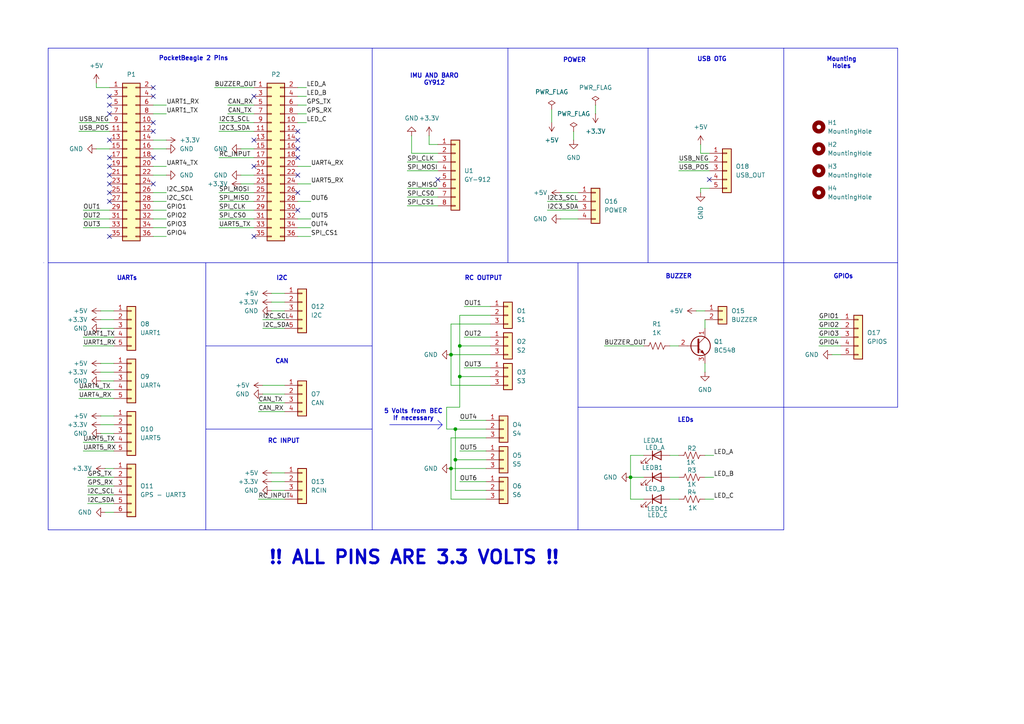
<source format=kicad_sch>
(kicad_sch (version 20250114) (generator "eeschema") (generator_version "9.0")
  (paper "A4")
  (title_block (title "PocketPilot2 - DIY Cape for Ardupilot") (date "2025-06-30") (rev "1.0") (comment 1 "juvinski®") (comment 3 "https://github.com/juvinski/pbboard") (comment 4 "For information, instrunctions:"))
  (lib_symbols
    (symbol "Connector_Generic:Conn_01x02" (pin_names (offset 1.016) (hide yes))
      (property "Reference" "J" (at 0 2.54 0))
      (property "Value" "Conn_01x02" (at 0 -5.08 0))
      (symbol "Conn_01x02_1_1"
        (pin passive line (at -5.08 0 0) (length 3.81) (name "Pin_1") (number "1"))
        (pin passive line (at -5.08 -2.54 0) (length 3.81) (name "Pin_2") (number "2"))
      )
    )
    (symbol "Connector_Generic:Conn_01x03" (pin_names (offset 1.016) (hide yes))
      (property "Reference" "J" (at 0 5.08 0))
      (property "Value" "Conn_01x03" (at 0 -5.08 0))
      (symbol "Conn_01x03_1_1"
        (pin passive line (at -5.08 2.54 0) (length 3.81) (name "Pin_1") (number "1"))
        (pin passive line (at -5.08 0 0) (length 3.81) (name "Pin_2") (number "2"))
        (pin passive line (at -5.08 -2.54 0) (length 3.81) (name "Pin_3") (number "3"))
      )
    )
    (symbol "Connector_Generic:Conn_01x04" (pin_names (offset 1.016) (hide yes))
      (property "Reference" "J" (at 0 5.08 0))
      (property "Value" "Conn_01x04" (at 0 -7.62 0))
      (symbol "Conn_01x04_1_1"
        (pin passive line (at -5.08 2.54 0) (length 3.81) (name "Pin_1") (number "1"))
        (pin passive line (at -5.08 0 0) (length 3.81) (name "Pin_2") (number "2"))
        (pin passive line (at -5.08 -2.54 0) (length 3.81) (name "Pin_3") (number "3"))
        (pin passive line (at -5.08 -5.08 0) (length 3.81) (name "Pin_4") (number "4"))
      )
    )
    (symbol "Connector_Generic:Conn_01x05" (pin_names (offset 1.016) (hide yes))
      (property "Reference" "J" (at 0 7.62 0))
      (property "Value" "Conn_01x05" (at 0 -7.62 0))
      (symbol "Conn_01x05_1_1"
        (pin passive line (at -5.08 5.08 0) (length 3.81) (name "Pin_1") (number "1"))
        (pin passive line (at -5.08 2.54 0) (length 3.81) (name "Pin_2") (number "2"))
        (pin passive line (at -5.08 0 0) (length 3.81) (name "Pin_3") (number "3"))
        (pin passive line (at -5.08 -2.54 0) (length 3.81) (name "Pin_4") (number "4"))
        (pin passive line (at -5.08 -5.08 0) (length 3.81) (name "Pin_5") (number "5"))
      )
    )
    (symbol "Connector_Generic:Conn_01x06" (pin_names (offset 1.016) (hide yes))
      (property "Reference" "J" (at 0 7.62 0))
      (property "Value" "Conn_01x06" (at 0 -10.16 0))
      (symbol "Conn_01x06_1_1"
        (pin passive line (at -5.08 5.08 0) (length 3.81) (name "Pin_1") (number "1"))
        (pin passive line (at -5.08 2.54 0) (length 3.81) (name "Pin_2") (number "2"))
        (pin passive line (at -5.08 0 0) (length 3.81) (name "Pin_3") (number "3"))
        (pin passive line (at -5.08 -2.54 0) (length 3.81) (name "Pin_4") (number "4"))
        (pin passive line (at -5.08 -5.08 0) (length 3.81) (name "Pin_5") (number "5"))
        (pin passive line (at -5.08 -7.62 0) (length 3.81) (name "Pin_6") (number "6"))
      )
    )
    (symbol "Connector_Generic:Conn_01x08" (pin_names (offset 1.016) (hide yes))
      (property "Reference" "J" (at 0 10.16 0))
      (property "Value" "Conn_01x08" (at 0 -12.7 0))
      (symbol "Conn_01x08_1_1"
        (pin passive line (at -5.08 7.62 0) (length 3.81) (name "Pin_1") (number "1"))
        (pin passive line (at -5.08 5.08 0) (length 3.81) (name "Pin_2") (number "2"))
        (pin passive line (at -5.08 2.54 0) (length 3.81) (name "Pin_3") (number "3"))
        (pin passive line (at -5.08 0 0) (length 3.81) (name "Pin_4") (number "4"))
        (pin passive line (at -5.08 -2.54 0) (length 3.81) (name "Pin_5") (number "5"))
        (pin passive line (at -5.08 -5.08 0) (length 3.81) (name "Pin_6") (number "6"))
        (pin passive line (at -5.08 -7.62 0) (length 3.81) (name "Pin_7") (number "7"))
        (pin passive line (at -5.08 -10.16 0) (length 3.81) (name "Pin_8") (number "8"))
      )
    )
    (symbol "Connector_Generic:Conn_02x18_Odd_Even" (pin_names (offset 1.016) (hide yes))
      (property "Reference" "J" (at 1.27 22.86 0))
      (property "Value" "Conn_02x18_Odd_Even" (at 1.27 -25.4 0))
      (symbol "Conn_02x18_Odd_Even_1_1"
        (pin passive line (at -5.08 20.32 0) (length 3.81) (name "Pin_1") (number "1"))
        (pin passive line (at -5.08 17.78 0) (length 3.81) (name "Pin_3") (number "3"))
        (pin passive line (at -5.08 15.24 0) (length 3.81) (name "Pin_5") (number "5"))
        (pin passive line (at -5.08 12.7 0) (length 3.81) (name "Pin_7") (number "7"))
        (pin passive line (at -5.08 10.16 0) (length 3.81) (name "Pin_9") (number "9"))
        (pin passive line (at -5.08 7.62 0) (length 3.81) (name "Pin_11") (number "11"))
        (pin passive line (at -5.08 5.08 0) (length 3.81) (name "Pin_13") (number "13"))
        (pin passive line (at -5.08 2.54 0) (length 3.81) (name "Pin_15") (number "15"))
        (pin passive line (at -5.08 0 0) (length 3.81) (name "Pin_17") (number "17"))
        (pin passive line (at -5.08 -2.54 0) (length 3.81) (name "Pin_19") (number "19"))
        (pin passive line (at -5.08 -5.08 0) (length 3.81) (name "Pin_21") (number "21"))
        (pin passive line (at -5.08 -7.62 0) (length 3.81) (name "Pin_23") (number "23"))
        (pin passive line (at -5.08 -10.16 0) (length 3.81) (name "Pin_25") (number "25"))
        (pin passive line (at -5.08 -12.7 0) (length 3.81) (name "Pin_27") (number "27"))
        (pin passive line (at -5.08 -15.24 0) (length 3.81) (name "Pin_29") (number "29"))
        (pin passive line (at -5.08 -17.78 0) (length 3.81) (name "Pin_31") (number "31"))
        (pin passive line (at -5.08 -20.32 0) (length 3.81) (name "Pin_33") (number "33"))
        (pin passive line (at -5.08 -22.86 0) (length 3.81) (name "Pin_35") (number "35"))
        (pin passive line (at 7.62 20.32 180) (length 3.81) (name "Pin_2") (number "2"))
        (pin passive line (at 7.62 17.78 180) (length 3.81) (name "Pin_4") (number "4"))
        (pin passive line (at 7.62 15.24 180) (length 3.81) (name "Pin_6") (number "6"))
        (pin passive line (at 7.62 12.7 180) (length 3.81) (name "Pin_8") (number "8"))
        (pin passive line (at 7.62 10.16 180) (length 3.81) (name "Pin_10") (number "10"))
        (pin passive line (at 7.62 7.62 180) (length 3.81) (name "Pin_12") (number "12"))
        (pin passive line (at 7.62 5.08 180) (length 3.81) (name "Pin_14") (number "14"))
        (pin passive line (at 7.62 2.54 180) (length 3.81) (name "Pin_16") (number "16"))
        (pin passive line (at 7.62 0 180) (length 3.81) (name "Pin_18") (number "18"))
        (pin passive line (at 7.62 -2.54 180) (length 3.81) (name "Pin_20") (number "20"))
        (pin passive line (at 7.62 -5.08 180) (length 3.81) (name "Pin_22") (number "22"))
        (pin passive line (at 7.62 -7.62 180) (length 3.81) (name "Pin_24") (number "24"))
        (pin passive line (at 7.62 -10.16 180) (length 3.81) (name "Pin_26") (number "26"))
        (pin passive line (at 7.62 -12.7 180) (length 3.81) (name "Pin_28") (number "28"))
        (pin passive line (at 7.62 -15.24 180) (length 3.81) (name "Pin_30") (number "30"))
        (pin passive line (at 7.62 -17.78 180) (length 3.81) (name "Pin_32") (number "32"))
        (pin passive line (at 7.62 -20.32 180) (length 3.81) (name "Pin_34") (number "34"))
        (pin passive line (at 7.62 -22.86 180) (length 3.81) (name "Pin_36") (number "36"))
      )
    )
    (symbol "Device:LED" (pin_numbers (hide yes)) (pin_names (offset 1.016) (hide yes))
      (property "Reference" "D" (at 0 2.54 0))
      (property "Value" "LED" (at 0 -2.54 0))
      (symbol "LED_1_1"
        (pin passive line (at -3.81 0 0) (length 2.54) (name "K") (number "1"))
        (pin passive line (at 3.81 0 180) (length 2.54) (name "A") (number "2"))
      )
    )
    (symbol "Device:R_US" (pin_numbers (hide yes)) (pin_names (offset 0))
      (property "Reference" "R" (at 2.54 0 90))
      (property "Value" "R_US" (at -2.54 0 90))
      (symbol "R_US_1_1"
        (pin passive line (at 0 3.81 270) (length 1.27) (name "~") (number "1"))
        (pin passive line (at 0 -3.81 90) (length 1.27) (name "~") (number "2"))
      )
    )
    (symbol "Mechanical:MountingHole" (pin_names (offset 1.016)) (exclude_from_sim yes) (in_bom no)
      (property "Reference" "H" (at 0 5.08 0))
      (property "Value" "MountingHole" (at 0 3.175 0))
    )
    (symbol "Transistor_BJT:BC548" (pin_names (offset 0) (hide yes))
      (property "Reference" "Q" (at 5.08 1.905 0))
      (property "Value" "BC548" (at 5.08 0 0))
      (symbol "BC548_1_1"
        (pin input line (at -5.08 0 0) (length 2.54) (name "B") (number "2"))
        (pin passive line (at 2.54 5.08 270) (length 2.54) (name "C") (number "1"))
        (pin passive line (at 2.54 -5.08 90) (length 2.54) (name "E") (number "3"))
      )
    )
    (symbol "power:+3.3V" (power) (pin_numbers (hide yes)) (pin_names (offset 0) (hide yes))
      (property "Value" "+3.3V" (at 0 3.556 0))
      (symbol "+3.3V_1_1"
        (pin power_in line (at 0 0 90) (length 0) (name "~") (number "1"))
      )
    )
    (symbol "power:+5V" (power) (pin_numbers (hide yes)) (pin_names (offset 0) (hide yes))
      (property "Value" "+5V" (at 0 3.556 0))
      (symbol "+5V_1_1"
        (pin power_in line (at 0 0 90) (length 0) (name "~") (number "1"))
      )
    )
    (symbol "power:GND" (power) (pin_numbers (hide yes)) (pin_names (offset 0) (hide yes))
      (property "Value" "GND" (at 0 -3.81 0))
      (symbol "GND_1_1"
        (pin power_in line (at 0 0 270) (length 0) (name "~") (number "1"))
      )
    )
    (symbol "power:PWR_FLAG" (power) (pin_numbers (hide yes)) (pin_names (offset 0) (hide yes))
      (property "Value" "PWR_FLAG" (at 0 3.81 0))
      (symbol "PWR_FLAG_0_0"
        (pin power_out line (at 0 0 90) (length 0) (name "~") (number "1"))
      )
    )
  )
  (rectangle (start 12.7 76.2) (end 12.7 76.2))
  (text "RC OUTPUT" (at 140.208 80.772 0) (effects (font (size 1.27 1.27) (thickness 0.254) (bold yes))))
  (text "IMU AND BARO\nGY912" (at 125.984 23.114 0) (effects (font (size 1.27 1.27) (thickness 0.254) (bold yes))))
  (text "LEDs" (at 198.882 121.92 0) (effects (font (size 1.27 1.27) (thickness 0.254) (bold yes))))
  (text "Mounting\nHoles" (at 244.094 18.288 0) (effects (font (size 1.27 1.27) (thickness 0.254) (bold yes))))
  (text "I2C" (at 81.788 80.772 0) (effects (font (size 1.27 1.27) (thickness 0.254) (bold yes))))
  (text "UARTs" (at 36.83 80.772 0) (effects (font (size 1.27 1.27) (thickness 0.254) (bold yes))))
  (text "BUZZER" (at 196.85 80.264 0) (effects (font (size 1.27 1.27) (thickness 0.254) (bold yes))))
  (text "RC INPUT" (at 82.296 128.016 0) (effects (font (size 1.27 1.27) (thickness 0.254) (bold yes))))
  (text "POWER" (at 166.624 17.526 0) (effects (font (size 1.27 1.27) (thickness 0.254) (bold yes))))
  (text "5 Volts from BEC\nIf necessary" (at 119.888 120.396 0) (effects (font (size 1.27 1.27) (thickness 0.254) (bold yes))))
  (text "!! ALL PINS ARE 3.3 VOLTS !!" (at 120.142 161.798 0) (effects (font (size 3.81 3.81) (thickness 0.762) (bold yes))))
  (text "GPIOs" (at 244.602 80.264 0) (effects (font (size 1.27 1.27) (thickness 0.254) (bold yes))))
  (text "PocketBeagle 2 Pins" (at 56.134 17.018 0) (effects (font (size 1.27 1.27) (thickness 0.254) (bold yes))))
  (text "CAN" (at 81.788 104.902 0) (effects (font (size 1.27 1.27) (thickness 0.254) (bold yes))))
  (text "USB OTG" (at 206.502 17.272 0) (effects (font (size 1.27 1.27) (thickness 0.254) (bold yes))))
  (junction (at 133.35 109.22))
  (junction (at 130.81 102.87))
  (junction (at 130.81 135.89))
  (junction (at 132.08 133.35))
  (junction (at 133.35 100.33))
  (junction (at 182.88 138.43))
  (junction (at 132.08 124.46))
  (no_connect (at 86.36 40.64))
  (no_connect (at 86.36 38.1))
  (no_connect (at 86.36 50.8))
  (no_connect (at 44.45 35.56))
  (no_connect (at 73.66 27.94))
  (no_connect (at 86.36 55.88))
  (no_connect (at 127 52.07))
  (no_connect (at 31.75 68.58))
  (no_connect (at 73.66 40.64))
  (no_connect (at 31.75 48.26))
  (no_connect (at 73.66 68.58))
  (no_connect (at 31.75 50.8))
  (no_connect (at 31.75 53.34))
  (no_connect (at 44.45 53.34))
  (no_connect (at 44.45 25.4))
  (no_connect (at 86.36 60.96))
  (no_connect (at 44.45 38.1))
  (no_connect (at 31.75 33.02))
  (no_connect (at 31.75 58.42))
  (no_connect (at 31.75 30.48))
  (no_connect (at 205.74 52.07))
  (no_connect (at 31.75 27.94))
  (no_connect (at 44.45 45.72))
  (no_connect (at 31.75 40.64))
  (no_connect (at 86.36 43.18))
  (no_connect (at 31.75 45.72))
  (no_connect (at 86.36 45.72))
  (no_connect (at 73.66 48.26))
  (no_connect (at 44.45 27.94))
  (no_connect (at 31.75 55.88))
  (polyline (pts (xy 260.35 118.11) (xy 227.33 118.11)))
  (polyline (pts (xy 227.33 118.11) (xy 227.33 153.67)))
  (wire (pts (xy 76.2 95.25) (xy 82.55 95.25)))
  (wire (pts (xy 86.36 53.34) (xy 90.17 53.34)))
  (wire (pts (xy 127 44.45) (xy 119.38 44.45)))
  (wire (pts (xy 29.21 110.49) (xy 33.02 110.49)))
  (wire (pts (xy 194.31 132.08) (xy 196.85 132.08)))
  (wire (pts (xy 119.38 44.45) (xy 119.38 39.37)))
  (wire (pts (xy 24.13 128.27) (xy 33.02 128.27)))
  (wire (pts (xy 204.47 144.78) (xy 207.01 144.78)))
  (polyline (pts (xy 107.95 13.97) (xy 107.95 76.2)))
  (wire (pts (xy 133.35 130.81) (xy 140.97 130.81)))
  (wire (pts (xy 162.56 55.88) (xy 167.64 55.88)))
  (wire (pts (xy 44.45 33.02) (xy 48.26 33.02)))
  (wire (pts (xy 237.49 97.79) (xy 243.84 97.79)))
  (wire (pts (xy 44.45 43.18) (xy 48.26 43.18)))
  (wire (pts (xy 76.2 92.71) (xy 82.55 92.71)))
  (wire (pts (xy 162.56 63.5) (xy 167.64 63.5)))
  (polyline (pts (xy 59.69 153.67) (xy 107.95 153.67)))
  (wire (pts (xy 132.08 133.35) (xy 132.08 124.46)))
  (wire (pts (xy 204.47 105.41) (xy 204.47 107.95)))
  (polyline (pts (xy 13.97 13.97) (xy 13.97 76.2)))
  (wire (pts (xy 44.45 40.64) (xy 48.26 40.64)))
  (wire (pts (xy 140.97 127) (xy 130.81 127)))
  (wire (pts (xy 78.74 87.63) (xy 82.55 87.63)))
  (polyline (pts (xy 260.35 76.2) (xy 260.35 13.97)))
  (wire (pts (xy 78.74 90.17) (xy 82.55 90.17)))
  (wire (pts (xy 30.48 135.89) (xy 33.02 135.89)))
  (wire (pts (xy 22.86 113.03) (xy 33.02 113.03)))
  (wire (pts (xy 130.81 111.76) (xy 142.24 111.76)))
  (wire (pts (xy 166.37 38.1) (xy 166.37 40.64)))
  (polyline (pts (xy 127 124.46) (xy 128.27 123.19)) (stroke (width 0) (type solid)))
  (wire (pts (xy 63.5 35.56) (xy 73.66 35.56)))
  (wire (pts (xy 205.74 54.61) (xy 203.2 54.61)))
  (wire (pts (xy 132.08 124.46) (xy 140.97 124.46)))
  (polyline (pts (xy 13.97 76.2) (xy 13.97 153.67)))
  (wire (pts (xy 201.93 90.17) (xy 204.47 90.17)))
  (wire (pts (xy 31.75 25.4) (xy 27.94 25.4)))
  (wire (pts (xy 158.75 60.96) (xy 167.64 60.96)))
  (wire (pts (xy 76.2 111.76) (xy 82.55 111.76)))
  (wire (pts (xy 29.21 107.95) (xy 33.02 107.95)))
  (wire (pts (xy 78.74 85.09) (xy 82.55 85.09)))
  (wire (pts (xy 63.5 38.1) (xy 73.66 38.1)))
  (wire (pts (xy 44.45 68.58) (xy 48.26 68.58)))
  (wire (pts (xy 66.04 30.48) (xy 73.66 30.48)))
  (wire (pts (xy 69.85 43.18) (xy 73.66 43.18)))
  (wire (pts (xy 62.23 25.4) (xy 73.66 25.4)))
  (wire (pts (xy 130.81 93.98) (xy 130.81 102.87)))
  (wire (pts (xy 132.08 142.24) (xy 140.97 142.24)))
  (wire (pts (xy 194.31 138.43) (xy 196.85 138.43)))
  (wire (pts (xy 133.35 100.33) (xy 142.24 100.33)))
  (wire (pts (xy 24.13 60.96) (xy 31.75 60.96)))
  (wire (pts (xy 78.74 137.16) (xy 82.55 137.16)))
  (polyline (pts (xy 227.33 153.67) (xy 167.64 153.67)))
  (wire (pts (xy 29.21 95.25) (xy 33.02 95.25)))
  (wire (pts (xy 86.36 30.48) (xy 88.9 30.48)))
  (polyline (pts (xy 147.32 13.97) (xy 13.97 13.97)))
  (wire (pts (xy 86.36 66.04) (xy 90.17 66.04)))
  (wire (pts (xy 118.11 49.53) (xy 127 49.53)))
  (wire (pts (xy 160.02 31.75) (xy 160.02 35.56)))
  (wire (pts (xy 63.5 63.5) (xy 73.66 63.5)))
  (wire (pts (xy 129.54 124.46) (xy 132.08 124.46)))
  (wire (pts (xy 86.36 68.58) (xy 90.17 68.58)))
  (wire (pts (xy 194.31 100.33) (xy 196.85 100.33)))
  (polyline (pts (xy 59.69 100.33) (xy 107.95 100.33)))
  (wire (pts (xy 44.45 48.26) (xy 48.26 48.26)))
  (wire (pts (xy 134.62 88.9) (xy 142.24 88.9)))
  (wire (pts (xy 44.45 58.42) (xy 48.26 58.42)))
  (wire (pts (xy 237.49 95.25) (xy 243.84 95.25)))
  (wire (pts (xy 63.5 60.96) (xy 73.66 60.96)))
  (wire (pts (xy 133.35 121.92) (xy 140.97 121.92)))
  (polyline (pts (xy 260.35 13.97) (xy 227.33 13.97)))
  (wire (pts (xy 25.4 140.97) (xy 33.02 140.97)))
  (wire (pts (xy 63.5 45.72) (xy 73.66 45.72)))
  (wire (pts (xy 24.13 97.79) (xy 33.02 97.79)))
  (wire (pts (xy 76.2 114.3) (xy 82.55 114.3)))
  (wire (pts (xy 241.3 102.87) (xy 243.84 102.87)))
  (wire (pts (xy 44.45 60.96) (xy 48.26 60.96)))
  (polyline (pts (xy 227.33 13.97) (xy 187.96 13.97)))
  (polyline (pts (xy 227.33 76.2) (xy 260.35 76.2)))
  (wire (pts (xy 196.85 46.99) (xy 205.74 46.99)))
  (wire (pts (xy 86.36 25.4) (xy 88.9 25.4)))
  (wire (pts (xy 133.35 109.22) (xy 133.35 118.11)))
  (wire (pts (xy 204.47 132.08) (xy 207.01 132.08)))
  (wire (pts (xy 130.81 111.76) (xy 130.81 102.87)))
  (wire (pts (xy 182.88 132.08) (xy 182.88 138.43)))
  (wire (pts (xy 44.45 50.8) (xy 48.26 50.8)))
  (wire (pts (xy 127 41.91) (xy 124.46 41.91)))
  (polyline (pts (xy 227.33 118.11) (xy 167.64 118.11)))
  (wire (pts (xy 205.74 44.45) (xy 203.2 44.45)))
  (wire (pts (xy 118.11 59.69) (xy 127 59.69)))
  (polyline (pts (xy 227.33 76.2) (xy 227.33 118.11)))
  (wire (pts (xy 29.21 92.71) (xy 33.02 92.71)))
  (wire (pts (xy 194.31 144.78) (xy 196.85 144.78)))
  (polyline (pts (xy 227.33 76.2) (xy 227.33 13.97)))
  (wire (pts (xy 27.94 43.18) (xy 31.75 43.18)))
  (wire (pts (xy 25.4 138.43) (xy 33.02 138.43)))
  (wire (pts (xy 86.36 33.02) (xy 88.9 33.02)))
  (wire (pts (xy 132.08 142.24) (xy 132.08 133.35)))
  (wire (pts (xy 30.48 148.59) (xy 33.02 148.59)))
  (wire (pts (xy 133.35 118.11) (xy 129.54 118.11)))
  (wire (pts (xy 69.85 53.34) (xy 73.66 53.34)))
  (wire (pts (xy 142.24 91.44) (xy 133.35 91.44)))
  (polyline (pts (xy 107.95 153.67) (xy 167.64 153.67)))
  (polyline (pts (xy 113.03 123.19) (xy 128.27 123.19)) (stroke (width 0) (type solid)))
  (polyline (pts (xy 107.95 76.2) (xy 147.32 76.2)))
  (wire (pts (xy 27.94 25.4) (xy 27.94 24.13)))
  (wire (pts (xy 44.45 66.04) (xy 48.26 66.04)))
  (wire (pts (xy 63.5 58.42) (xy 73.66 58.42)))
  (polyline (pts (xy 147.32 76.2) (xy 147.32 13.97)))
  (wire (pts (xy 118.11 46.99) (xy 127 46.99)))
  (wire (pts (xy 29.21 123.19) (xy 33.02 123.19)))
  (wire (pts (xy 86.36 63.5) (xy 90.17 63.5)))
  (wire (pts (xy 44.45 55.88) (xy 48.26 55.88)))
  (wire (pts (xy 118.11 57.15) (xy 127 57.15)))
  (wire (pts (xy 158.75 58.42) (xy 167.64 58.42)))
  (wire (pts (xy 44.45 30.48) (xy 48.26 30.48)))
  (wire (pts (xy 78.74 139.7) (xy 82.55 139.7)))
  (wire (pts (xy 140.97 144.78) (xy 130.81 144.78)))
  (wire (pts (xy 66.04 33.02) (xy 73.66 33.02)))
  (wire (pts (xy 78.74 142.24) (xy 82.55 142.24)))
  (wire (pts (xy 130.81 102.87) (xy 142.24 102.87)))
  (wire (pts (xy 24.13 100.33) (xy 33.02 100.33)))
  (polyline (pts (xy 187.96 13.97) (xy 147.32 13.97)))
  (wire (pts (xy 86.36 58.42) (xy 90.17 58.42)))
  (wire (pts (xy 124.46 41.91) (xy 124.46 39.37)))
  (wire (pts (xy 130.81 144.78) (xy 130.81 135.89)))
  (wire (pts (xy 69.85 50.8) (xy 73.66 50.8)))
  (wire (pts (xy 24.13 130.81) (xy 33.02 130.81)))
  (wire (pts (xy 237.49 100.33) (xy 243.84 100.33)))
  (wire (pts (xy 74.93 144.78) (xy 82.55 144.78)))
  (polyline (pts (xy 13.97 76.2) (xy 107.95 76.2)))
  (wire (pts (xy 29.21 90.17) (xy 33.02 90.17)))
  (polyline (pts (xy 260.35 76.2) (xy 260.35 118.11)))
  (wire (pts (xy 132.08 133.35) (xy 140.97 133.35)))
  (wire (pts (xy 29.21 105.41) (xy 33.02 105.41)))
  (wire (pts (xy 133.35 139.7) (xy 140.97 139.7)))
  (wire (pts (xy 182.88 138.43) (xy 186.69 138.43)))
  (wire (pts (xy 22.86 115.57) (xy 33.02 115.57)))
  (wire (pts (xy 134.62 106.68) (xy 142.24 106.68)))
  (wire (pts (xy 129.54 118.11) (xy 129.54 124.46)))
  (wire (pts (xy 74.93 116.84) (xy 82.55 116.84)))
  (wire (pts (xy 63.5 55.88) (xy 73.66 55.88)))
  (wire (pts (xy 74.93 119.38) (xy 82.55 119.38)))
  (wire (pts (xy 24.13 66.04) (xy 31.75 66.04)))
  (wire (pts (xy 204.47 92.71) (xy 204.47 95.25)))
  (polyline (pts (xy 187.96 76.2) (xy 187.96 13.97)))
  (wire (pts (xy 133.35 109.22) (xy 142.24 109.22)))
  (wire (pts (xy 203.2 44.45) (xy 203.2 41.91)))
  (wire (pts (xy 86.36 35.56) (xy 88.9 35.56)))
  (wire (pts (xy 44.45 63.5) (xy 48.26 63.5)))
  (wire (pts (xy 118.11 54.61) (xy 127 54.61)))
  (wire (pts (xy 63.5 66.04) (xy 73.66 66.04)))
  (polyline (pts (xy 167.64 153.67) (xy 167.64 76.2)))
  (wire (pts (xy 172.72 30.48) (xy 172.72 33.02)))
  (polyline (pts (xy 127 121.92) (xy 128.27 123.19)) (stroke (width 0) (type solid)))
  (polyline (pts (xy 13.97 153.67) (xy 59.69 153.67)))
  (wire (pts (xy 130.81 135.89) (xy 140.97 135.89)))
  (polyline (pts (xy 59.69 124.46) (xy 107.95 124.46)))
  (polyline (pts (xy 59.69 153.67) (xy 59.69 76.2)))
  (wire (pts (xy 130.81 93.98) (xy 142.24 93.98)))
  (polyline (pts (xy 107.95 153.67) (xy 107.95 76.2)))
  (wire (pts (xy 133.35 91.44) (xy 133.35 100.33)))
  (wire (pts (xy 196.85 49.53) (xy 205.74 49.53)))
  (wire (pts (xy 22.86 38.1) (xy 31.75 38.1)))
  (wire (pts (xy 134.62 97.79) (xy 142.24 97.79)))
  (wire (pts (xy 186.69 144.78) (xy 182.88 144.78)))
  (polyline (pts (xy 147.32 76.2) (xy 187.96 76.2)))
  (wire (pts (xy 24.13 63.5) (xy 31.75 63.5)))
  (wire (pts (xy 182.88 144.78) (xy 182.88 138.43)))
  (wire (pts (xy 237.49 92.71) (xy 243.84 92.71)))
  (wire (pts (xy 25.4 143.51) (xy 33.02 143.51)))
  (wire (pts (xy 186.69 132.08) (xy 182.88 132.08)))
  (wire (pts (xy 86.36 27.94) (xy 88.9 27.94)))
  (wire (pts (xy 22.86 35.56) (xy 31.75 35.56)))
  (wire (pts (xy 130.81 127) (xy 130.81 135.89)))
  (wire (pts (xy 203.2 54.61) (xy 203.2 55.88)))
  (wire (pts (xy 133.35 100.33) (xy 133.35 109.22)))
  (wire (pts (xy 175.26 100.33) (xy 186.69 100.33)))
  (wire (pts (xy 29.21 125.73) (xy 33.02 125.73)))
  (polyline (pts (xy 187.96 76.2) (xy 227.33 76.2)))
  (wire (pts (xy 25.4 146.05) (xy 33.02 146.05)))
  (wire (pts (xy 204.47 138.43) (xy 207.01 138.43)))
  (wire (pts (xy 86.36 48.26) (xy 90.17 48.26)))
  (wire (pts (xy 29.21 120.65) (xy 33.02 120.65)))
  (label "UART4_TX" (at 48.26 48.26 0))
  (label "SPI_CS0" (at 118.11 57.15 0))
  (label "I2C3_SDA" (at 158.75 60.96 0))
  (label "RC_INPUT" (at 63.5 45.72 0))
  (label "GPIO3" (at 237.49 97.79 0))
  (label "I2C_SCL" (at 76.2 92.71 0))
  (label "CAN_TX" (at 74.93 116.84 0))
  (label "UART5_RX" (at 90.17 53.34 0))
  (label "OUT3" (at 134.62 106.68 0))
  (label "UART4_RX" (at 22.86 115.57 0))
  (label "OUT6" (at 90.17 58.42 0))
  (label "BUZZER_OUT" (at 62.23 25.4 0))
  (label "OUT2" (at 134.62 97.79 0))
  (label "GPIO4" (at 48.26 68.58 0))
  (label "OUT1" (at 24.13 60.96 0))
  (label "SPI_MOSI" (at 63.5 55.88 0))
  (label "USB_NEG" (at 196.85 46.99 0))
  (label "UART5_TX" (at 63.5 66.04 0))
  (label "GPS_RX" (at 88.9 33.02 0))
  (label "SPI_MISO" (at 118.11 54.61 0))
  (label "UART1_TX" (at 24.13 97.79 0))
  (label "UART1_RX" (at 48.26 30.48 0))
  (label "LED_C" (at 88.9 35.56 0))
  (label "I2C3_SCL" (at 158.75 58.42 0))
  (label "OUT3" (at 24.13 66.04 0))
  (label "I2C_SDA" (at 25.4 146.05 0))
  (label "UART5_TX" (at 24.13 128.27 0))
  (label "LED_B" (at 88.9 27.94 0))
  (label "BUZZER_OUT" (at 175.26 100.33 0))
  (label "USB_POS" (at 22.86 38.1 0))
  (label "UART1_RX" (at 24.13 100.33 0))
  (label "SPI_MISO" (at 63.5 58.42 0))
  (label "I2C_SDA" (at 76.2 95.25 0))
  (label "GPIO2" (at 237.49 95.25 0))
  (label "GPIO1" (at 48.26 60.96 0))
  (label "GPS_TX" (at 25.4 138.43 0))
  (label "UART4_TX" (at 22.86 113.03 0))
  (label "GPIO2" (at 48.26 63.5 0))
  (label "I2C_SDA" (at 48.26 55.88 0))
  (label "SPI_CS1" (at 90.17 68.58 0))
  (label "GPIO3" (at 48.26 66.04 0))
  (label "OUT6" (at 133.35 139.7 0))
  (label "GPIO4" (at 237.49 100.33 0))
  (label "SPI_CS0" (at 63.5 63.5 0))
  (label "CAN_RX" (at 74.93 119.38 0))
  (label "LED_A" (at 207.01 132.08 0))
  (label "OUT1" (at 134.62 88.9 0))
  (label "LED_A" (at 88.9 25.4 0))
  (label "USB_POS" (at 196.85 49.53 0))
  (label "SPI_CS1" (at 118.11 59.69 0))
  (label "LED_B" (at 207.01 138.43 0))
  (label "SPI_MOSI" (at 118.11 49.53 0))
  (label "UART1_TX" (at 48.26 33.02 0))
  (label "SPI_CLK" (at 118.11 46.99 0))
  (label "I2C3_SCL" (at 63.5 35.56 0))
  (label "RC_INPUT" (at 74.93 144.78 0))
  (label "USB_NEG" (at 22.86 35.56 0))
  (label "GPS_TX" (at 88.9 30.48 0))
  (label "I2C_SCL" (at 48.26 58.42 0))
  (label "CAN_TX" (at 66.04 33.02 0))
  (label "SPI_CLK" (at 63.5 60.96 0))
  (label "OUT2" (at 24.13 63.5 0))
  (label "UART5_RX" (at 24.13 130.81 0))
  (label "OUT5" (at 90.17 63.5 0))
  (label "UART4_RX" (at 90.17 48.26 0))
  (label "GPS_RX" (at 25.4 140.97 0))
  (label "I2C_SCL" (at 25.4 143.51 0))
  (label "GPIO1" (at 237.49 92.71 0))
  (label "CAN_RX" (at 66.04 30.48 0))
  (label "OUT4" (at 90.17 66.04 0))
  (label "I2C3_SDA" (at 63.5 38.1 0))
  (label "LED_C" (at 207.01 144.78 0))
  (label "OUT4" (at 133.35 121.92 0))
  (label "OUT5" (at 133.35 130.81 0))
  (symbol (lib_id "power:GND") (at 27.94 43.18 270) (unit 1)
    (property "Reference" "#PWR035" (effects (hide yes)))
    (property "Value" "GND" (at 24.13 43.1799 90) (effects (justify right)))
    (property "Description" "Power symbol creates a global label with name \"GND\" , ground" (effects (hide yes)))
  )
  (symbol (lib_id "power:+5V") (at 29.21 90.17 90) (unit 1)
    (property "Reference" "#PWR011" (effects (hide yes)))
    (property "Value" "+5V" (at 25.4 90.1699 90) (effects (justify left)))
    (property "Description" "Power symbol creates a global label with name \"+5V\"" (effects (hide yes)))
  )
  (symbol (lib_id "Connector_Generic:Conn_01x05") (at 38.1 95.25 0) (unit 1)
    (property "Reference" "O8" (at 40.64 93.9799 0) (effects (justify left)))
    (property "Value" "UART1" (at 40.64 96.5199 0) (effects (justify left)))
    (property "Footprint" "Connector_PinHeader_2.54mm:PinHeader_1x05_P2.54mm_Vertical" (effects (hide yes)))
    (property "Description" "Generic connector, single row, 01x05, script generated (kicad-library-utils/schlib/autogen/connector/)" (effects (hide yes)))
  )
  (symbol (lib_id "power:GND") (at 130.81 102.87 270) (unit 1)
    (property "Reference" "#PWR04" (effects (hide yes)))
    (property "Value" "GND" (at 127 102.8699 90) (effects (justify right)))
    (property "Description" "Power symbol creates a global label with name \"GND\" , ground" (effects (hide yes)))
  )
  (symbol (lib_id "power:GND") (at 30.48 148.59 270) (unit 1)
    (property "Reference" "#PWR018" (effects (hide yes)))
    (property "Value" "GND" (at 26.67 148.5899 90) (effects (justify right)))
    (property "Description" "Power symbol creates a global label with name \"GND\" , ground" (effects (hide yes)))
  )
  (symbol (lib_id "Mechanical:MountingHole") (at 237.49 36.83 0) (unit 1) (exclude_from_sim yes) (in_bom no)
    (property "Reference" "H1" (at 240.03 35.5599 0) (effects (justify left)))
    (property "Value" "MountingHole" (at 240.03 38.0999 0) (effects (justify left)))
    (property "Footprint" "MountingHole:MountingHole_2.7mm_M2.5" (effects (hide yes)))
    (property "Description" "Mounting Hole without connection" (effects (hide yes)))
  )
  (symbol (lib_id "Connector_Generic:Conn_01x04") (at 172.72 58.42 0) (unit 1)
    (property "Reference" "O16" (at 175.26 58.4199 0) (effects (justify left)))
    (property "Value" "POWER" (at 175.26 60.9599 0) (effects (justify left)))
    (property "Footprint" "Connector_PinHeader_2.54mm:PinHeader_1x04_P2.54mm_Vertical" (effects (hide yes)))
    (property "Description" "Generic connector, single row, 01x04, script generated (kicad-library-utils/schlib/autogen/connector/)" (effects (hide yes)))
  )
  (symbol (lib_id "power:GND") (at 69.85 50.8 270) (unit 1)
    (property "Reference" "#PWR039" (effects (hide yes)))
    (property "Value" "GND" (at 66.04 50.7999 90) (effects (justify right)))
    (property "Description" "Power symbol creates a global label with name \"GND\" , ground" (effects (hide yes)))
  )
  (symbol (lib_id "power:PWR_FLAG") (at 166.37 38.1 0) (unit 1)
    (property "Reference" "#FLG03" (effects (hide yes)))
    (property "Value" "PWR_FLAG" (at 166.37 33.02 0))
    (property "Description" "Special symbol for telling ERC where power comes from" (effects (hide yes)))
  )
  (symbol (lib_id "Connector_Generic:Conn_01x05") (at 38.1 110.49 0) (unit 1)
    (property "Reference" "O9" (at 40.64 109.2199 0) (effects (justify left)))
    (property "Value" "UART4" (at 40.64 111.7599 0) (effects (justify left)))
    (property "Footprint" "Connector_PinHeader_2.54mm:PinHeader_1x05_P2.54mm_Vertical" (effects (hide yes)))
    (property "Description" "Generic connector, single row, 01x05, script generated (kicad-library-utils/schlib/autogen/connector/)" (effects (hide yes)))
  )
  (symbol (lib_id "power:+3.3V") (at 29.21 107.95 90) (unit 1)
    (property "Reference" "#PWR020" (effects (hide yes)))
    (property "Value" "+3.3V" (at 25.4 107.9499 90) (effects (justify left)))
    (property "Description" "Power symbol creates a global label with name \"+3.3V\"" (effects (hide yes)))
  )
  (symbol (lib_id "Mechanical:MountingHole") (at 237.49 43.18 0) (unit 1) (exclude_from_sim yes) (in_bom no)
    (property "Reference" "H2" (at 240.03 41.9099 0) (effects (justify left)))
    (property "Value" "MountingHole" (at 240.03 44.4499 0) (effects (justify left)))
    (property "Footprint" "MountingHole:MountingHole_2.7mm_M2.5" (effects (hide yes)))
    (property "Description" "Mounting Hole without connection" (effects (hide yes)))
  )
  (symbol (lib_id "power:GND") (at 166.37 40.64 0) (unit 1)
    (property "Reference" "#PWR043" (effects (hide yes)))
    (property "Value" "GND" (at 166.37 45.72 0))
    (property "Description" "Power symbol creates a global label with name \"GND\" , ground" (effects (hide yes)))
  )
  (symbol (lib_id "Connector_Generic:Conn_01x03") (at 146.05 142.24 0) (unit 1)
    (property "Reference" "O6" (at 148.59 140.9699 0) (effects (justify left)))
    (property "Value" "S6" (at 148.59 143.5099 0) (effects (justify left)))
    (property "Footprint" "Connector_PinHeader_2.54mm:PinHeader_1x03_P2.54mm_Vertical" (effects (hide yes)))
    (property "Description" "Generic connector, single row, 01x03, script generated (kicad-library-utils/schlib/autogen/connector/)" (effects (hide yes)))
  )
  (symbol (lib_id "power:+3.3V") (at 124.46 39.37 0) (unit 1)
    (property "Reference" "#PWR01" (effects (hide yes)))
    (property "Value" "+3.3V" (at 124.46 34.29 0))
    (property "Description" "Power symbol creates a global label with name \"+3.3V\"" (effects (hide yes)))
  )
  (symbol (lib_id "power:+5V") (at 78.74 85.09 90) (unit 1)
    (property "Reference" "#PWR023" (effects (hide yes)))
    (property "Value" "+5V" (at 74.93 85.0899 90) (effects (justify left)))
    (property "Description" "Power symbol creates a global label with name \"+5V\"" (effects (hide yes)))
  )
  (symbol (lib_id "Connector_Generic:Conn_01x03") (at 146.05 124.46 0) (unit 1)
    (property "Reference" "O4" (at 148.59 123.1899 0) (effects (justify left)))
    (property "Value" "S4" (at 148.59 125.7299 0) (effects (justify left)))
    (property "Footprint" "Connector_PinHeader_2.54mm:PinHeader_1x03_P2.54mm_Vertical" (effects (hide yes)))
    (property "Description" "Generic connector, single row, 01x03, script generated (kicad-library-utils/schlib/autogen/connector/)" (effects (hide yes)))
  )
  (symbol (lib_id "power:+5V") (at 29.21 105.41 90) (unit 1)
    (property "Reference" "#PWR012" (effects (hide yes)))
    (property "Value" "+5V" (at 25.4 105.4099 90) (effects (justify left)))
    (property "Description" "Power symbol creates a global label with name \"+5V\"" (effects (hide yes)))
  )
  (symbol (lib_id "Connector_Generic:Conn_01x03") (at 147.32 91.44 0) (unit 1)
    (property "Reference" "O1" (at 149.86 90.1699 0) (effects (justify left)))
    (property "Value" "S1" (at 149.86 92.7099 0) (effects (justify left)))
    (property "Footprint" "Connector_PinHeader_2.54mm:PinHeader_1x03_P2.54mm_Vertical" (effects (hide yes)))
    (property "Description" "Generic connector, single row, 01x03, script generated (kicad-library-utils/schlib/autogen/connector/)" (effects (hide yes)))
  )
  (symbol (lib_id "power:+3.3V") (at 29.21 123.19 90) (unit 1)
    (property "Reference" "#PWR021" (effects (hide yes)))
    (property "Value" "+3.3V" (at 25.4 123.1899 90) (effects (justify left)))
    (property "Description" "Power symbol creates a global label with name \"+3.3V\"" (effects (hide yes)))
  )
  (symbol (lib_id "Connector_Generic:Conn_01x05") (at 210.82 49.53 0) (unit 1)
    (property "Reference" "O18" (at 213.36 48.2599 0) (effects (justify left)))
    (property "Value" "USB_OUT" (at 213.36 50.7999 0) (effects (justify left)))
    (property "Footprint" "Connector_PinHeader_2.54mm:PinHeader_1x05_P2.54mm_Vertical" (effects (hide yes)))
    (property "Description" "Generic connector, single row, 01x05, script generated (kicad-library-utils/schlib/autogen/connector/)" (effects (hide yes)))
  )
  (symbol (lib_id "Device:LED") (at 190.5 138.43 0) (unit 1)
    (property "Reference" "LEDB1" (at 189.23 135.636 0))
    (property "Value" "LED_B" (at 189.992 141.732 0))
    (property "Footprint" "LED_THT:LED_D3.0mm" (effects (hide yes)))
    (property "Description" "Light emitting diode" (effects (hide yes)))
    (property "Sim.Pins" "1=K 2=A" (effects (hide yes)))
  )
  (symbol (lib_id "power:GND") (at 241.3 102.87 270) (unit 1)
    (property "Reference" "#PWR014" (effects (hide yes)))
    (property "Value" "GND" (at 237.49 102.8699 90) (effects (justify right)))
    (property "Description" "Power symbol creates a global label with name \"GND\" , ground" (effects (hide yes)))
  )
  (symbol (lib_id "Connector_Generic:Conn_01x04") (at 87.63 114.3 0) (unit 1)
    (property "Reference" "O7" (at 90.17 114.2999 0) (effects (justify left)))
    (property "Value" "CAN" (at 90.17 116.8399 0) (effects (justify left)))
    (property "Footprint" "Connector_PinHeader_2.54mm:PinHeader_1x04_P2.54mm_Vertical" (effects (hide yes)))
    (property "Description" "Generic connector, single row, 01x04, script generated (kicad-library-utils/schlib/autogen/connector/)" (effects (hide yes)))
  )
  (symbol (lib_id "Connector_Generic:Conn_01x03") (at 146.05 133.35 0) (unit 1)
    (property "Reference" "O5" (at 148.59 132.0799 0) (effects (justify left)))
    (property "Value" "S5" (at 148.59 134.6199 0) (effects (justify left)))
    (property "Footprint" "Connector_PinHeader_2.54mm:PinHeader_1x03_P2.54mm_Vertical" (effects (hide yes)))
    (property "Description" "Generic connector, single row, 01x03, script generated (kicad-library-utils/schlib/autogen/connector/)" (effects (hide yes)))
  )
  (symbol (lib_id "Connector_Generic:Conn_01x05") (at 38.1 125.73 0) (unit 1)
    (property "Reference" "O10" (at 40.64 124.4599 0) (effects (justify left)))
    (property "Value" "UART5" (at 40.64 126.9999 0) (effects (justify left)))
    (property "Footprint" "Connector_PinHeader_2.54mm:PinHeader_1x05_P2.54mm_Vertical" (effects (hide yes)))
    (property "Description" "Generic connector, single row, 01x05, script generated (kicad-library-utils/schlib/autogen/connector/)" (effects (hide yes)))
  )
  (symbol (lib_id "Device:LED") (at 190.5 132.08 0) (unit 1)
    (property "Reference" "LEDA1" (at 189.484 127.762 0))
    (property "Value" "LED_A" (at 189.992 129.794 0))
    (property "Footprint" "LED_THT:LED_D3.0mm" (effects (hide yes)))
    (property "Description" "Light emitting diode" (effects (hide yes)))
    (property "Sim.Pins" "1=K 2=A" (effects (hide yes)))
  )
  (symbol (lib_id "power:+5V") (at 203.2 41.91 0) (unit 1)
    (property "Reference" "#PWR046" (effects (hide yes)))
    (property "Value" "+5V" (at 203.2 36.83 0))
    (property "Description" "Power symbol creates a global label with name \"+5V\"" (effects (hide yes)))
  )
  (symbol (lib_id "power:+5V") (at 201.93 90.17 90) (unit 1)
    (property "Reference" "#PWR029" (effects (hide yes)))
    (property "Value" "+5V" (at 198.12 90.1699 90) (effects (justify left)))
    (property "Description" "Power symbol creates a global label with name \"+5V\"" (effects (hide yes)))
  )
  (symbol (lib_id "power:PWR_FLAG") (at 172.72 30.48 0) (unit 1)
    (property "Reference" "#FLG02" (effects (hide yes)))
    (property "Value" "PWR_FLAG" (at 172.72 25.4 0))
    (property "Description" "Special symbol for telling ERC where power comes from" (effects (hide yes)))
  )
  (symbol (lib_id "power:PWR_FLAG") (at 160.02 31.75 0) (unit 1)
    (property "Reference" "#FLG01" (effects (hide yes)))
    (property "Value" "PWR_FLAG" (at 160.02 26.67 0))
    (property "Description" "Special symbol for telling ERC where power comes from" (effects (hide yes)))
  )
  (symbol (lib_id "power:GND") (at 29.21 95.25 270) (unit 1)
    (property "Reference" "#PWR015" (effects (hide yes)))
    (property "Value" "GND" (at 25.4 95.2499 90) (effects (justify right)))
    (property "Description" "Power symbol creates a global label with name \"GND\" , ground" (effects (hide yes)))
  )
  (symbol (lib_id "power:GND") (at 48.26 43.18 90) (unit 1)
    (property "Reference" "#PWR036" (effects (hide yes)))
    (property "Value" "GND" (at 52.07 43.1799 90) (effects (justify right)))
    (property "Description" "Power symbol creates a global label with name \"GND\" , ground" (effects (hide yes)))
  )
  (symbol (lib_id "power:+5V") (at 27.94 24.13 0) (unit 1)
    (property "Reference" "#PWR034" (effects (hide yes)))
    (property "Value" "+5V" (at 27.94 19.05 0))
    (property "Description" "Power symbol creates a global label with name \"+5V\"" (effects (hide yes)))
  )
  (symbol (lib_id "Connector_Generic:Conn_01x02") (at 209.55 90.17 0) (unit 1)
    (property "Reference" "O15" (at 212.09 90.1699 0) (effects (justify left)))
    (property "Value" "BUZZER" (at 212.09 92.7099 0) (effects (justify left)))
    (property "Footprint" "Connector_PinHeader_2.54mm:PinHeader_1x02_P2.54mm_Vertical" (effects (hide yes)))
    (property "Description" "Generic connector, single row, 01x02, script generated (kicad-library-utils/schlib/autogen/connector/)" (effects (hide yes)))
  )
  (symbol (lib_id "power:GND") (at 162.56 63.5 270) (unit 1)
    (property "Reference" "#PWR033" (effects (hide yes)))
    (property "Value" "GND" (at 158.75 63.4999 90) (effects (justify right)))
    (property "Description" "Power symbol creates a global label with name \"GND\" , ground" (effects (hide yes)))
  )
  (symbol (lib_id "Mechanical:MountingHole") (at 237.49 49.53 0) (unit 1) (exclude_from_sim yes) (in_bom no)
    (property "Reference" "H3" (at 240.03 48.2599 0) (effects (justify left)))
    (property "Value" "MountingHole" (at 240.03 50.7999 0) (effects (justify left)))
    (property "Footprint" "MountingHole:MountingHole_2.7mm_M2.5" (effects (hide yes)))
    (property "Description" "Mounting Hole without connection" (effects (hide yes)))
  )
  (symbol (lib_id "power:GND") (at 48.26 50.8 90) (unit 1)
    (property "Reference" "#PWR037" (effects (hide yes)))
    (property "Value" "GND" (at 52.07 50.7999 90) (effects (justify right)))
    (property "Description" "Power symbol creates a global label with name \"GND\" , ground" (effects (hide yes)))
  )
  (symbol (lib_id "Connector_Generic:Conn_01x06") (at 38.1 140.97 0) (unit 1)
    (property "Reference" "O11" (at 40.64 140.9699 0) (effects (justify left)))
    (property "Value" "GPS - UART3" (at 40.64 143.5099 0) (effects (justify left)))
    (property "Footprint" "Connector_PinHeader_2.54mm:PinHeader_1x06_P2.54mm_Vertical" (effects (hide yes)))
    (property "Description" "Generic connector, single row, 01x06, script generated (kicad-library-utils/schlib/autogen/connector/)" (effects (hide yes)))
  )
  (symbol (lib_id "power:GND") (at 204.47 107.95 0) (unit 1)
    (property "Reference" "#PWR045" (effects (hide yes)))
    (property "Value" "GND" (at 204.47 113.03 0))
    (property "Description" "Power symbol creates a global label with name \"GND\" , ground" (effects (hide yes)))
  )
  (symbol (lib_id "Connector_Generic:Conn_01x04") (at 87.63 139.7 0) (unit 1)
    (property "Reference" "O13" (at 90.17 139.6999 0) (effects (justify left)))
    (property "Value" "RCIN" (at 90.17 142.2399 0) (effects (justify left)))
    (property "Footprint" "Connector_PinHeader_2.54mm:PinHeader_1x04_P2.54mm_Vertical" (effects (hide yes)))
    (property "Description" "Generic connector, single row, 01x04, script generated (kicad-library-utils/schlib/autogen/connector/)" (effects (hide yes)))
  )
  (symbol (lib_id "Mechanical:MountingHole") (at 237.49 55.88 0) (unit 1) (exclude_from_sim yes) (in_bom no)
    (property "Reference" "H4" (at 240.03 54.6099 0) (effects (justify left)))
    (property "Value" "MountingHole" (at 240.03 57.1499 0) (effects (justify left)))
    (property "Footprint" "MountingHole:MountingHole_2.7mm_M2.5" (effects (hide yes)))
    (property "Description" "Mounting Hole without connection" (effects (hide yes)))
  )
  (symbol (lib_id "power:+5V") (at 29.21 120.65 90) (unit 1)
    (property "Reference" "#PWR013" (effects (hide yes)))
    (property "Value" "+5V" (at 25.4 120.6499 90) (effects (justify left)))
    (property "Description" "Power symbol creates a global label with name \"+5V\"" (effects (hide yes)))
  )
  (symbol (lib_id "power:GND") (at 76.2 114.3 270) (unit 1)
    (property "Reference" "#PWR09" (effects (hide yes)))
    (property "Value" "GND" (at 72.39 114.2999 90) (effects (justify right)))
    (property "Description" "Power symbol creates a global label with name \"GND\" , ground" (effects (hide yes)))
  )
  (symbol (lib_id "power:+3.3V") (at 48.26 40.64 270) (unit 1)
    (property "Reference" "#PWR040" (effects (hide yes)))
    (property "Value" "+3.3V" (at 52.07 40.6399 90) (effects (justify left)))
    (property "Description" "Power symbol creates a global label with name \"+3.3V\"" (effects (hide yes)))
  )
  (symbol (lib_id "Device:R_US") (at 200.66 138.43 90) (unit 1)
    (property "Reference" "R3" (at 200.66 136.398 90))
    (property "Value" "1K" (at 200.66 140.462 90))
    (property "Footprint" "Resistor_THT:R_Axial_DIN0204_L3.6mm_D1.6mm_P2.54mm_Vertical" (effects (hide yes)))
    (property "Description" "Resistor, US symbol" (effects (hide yes)))
  )
  (symbol (lib_id "power:GND") (at 130.81 135.89 270) (unit 1)
    (property "Reference" "#PWR07" (effects (hide yes)))
    (property "Value" "GND" (at 127 135.8899 90) (effects (justify right)))
    (property "Description" "Power symbol creates a global label with name \"GND\" , ground" (effects (hide yes)))
  )
  (symbol (lib_id "Connector_Generic:Conn_02x18_Odd_Even") (at 78.74 45.72 0) (unit 1)
    (property "Reference" "P2" (at 80.01 21.59 0))
    (property "Value" "Conn_02x18_Odd_Even" (effects (hide yes)))
    (property "Footprint" "Connector_PinHeader_2.54mm:PinHeader_2x18_P2.54mm_Vertical" (effects (hide yes)))
    (property "Description" "Generic connector, double row, 02x18, odd/even pin numbering scheme (row 1 odd numbers, row 2 even numbers), script generated (kicad-library-utils/schlib/autogen/connector/)" (effects (hide yes)))
  )
  (symbol (lib_id "power:GND") (at 78.74 142.24 270) (unit 1)
    (property "Reference" "#PWR028" (effects (hide yes)))
    (property "Value" "GND" (at 74.93 142.2399 90) (effects (justify right)))
    (property "Description" "Power symbol creates a global label with name \"GND\" , ground" (effects (hide yes)))
  )
  (symbol (lib_id "power:GND") (at 182.88 138.43 270) (unit 1)
    (property "Reference" "#PWR030" (effects (hide yes)))
    (property "Value" "GND" (at 179.07 138.4299 90) (effects (justify right)))
    (property "Description" "Power symbol creates a global label with name \"GND\" , ground" (effects (hide yes)))
  )
  (symbol (lib_id "Device:LED") (at 190.5 144.78 0) (unit 1)
    (property "Reference" "LEDC1" (at 190.754 147.574 0))
    (property "Value" "LED_C" (at 190.754 149.352 0))
    (property "Footprint" "LED_THT:LED_D3.0mm" (effects (hide yes)))
    (property "Description" "Light emitting diode" (effects (hide yes)))
    (property "Sim.Pins" "1=K 2=A" (effects (hide yes)))
  )
  (symbol (lib_id "power:+3.3V") (at 172.72 33.02 180) (unit 1)
    (property "Reference" "#PWR044" (effects (hide yes)))
    (property "Value" "+3.3V" (at 172.72 38.1 0))
    (property "Description" "Power symbol creates a global label with name \"+3.3V\"" (effects (hide yes)))
  )
  (symbol (lib_id "Connector_Generic:Conn_01x08") (at 132.08 49.53 0) (unit 1)
    (property "Reference" "U1" (at 134.62 49.5299 0) (effects (justify left)))
    (property "Value" "GY-912" (at 134.62 52.0699 0) (effects (justify left)))
    (property "Footprint" "Connector_PinHeader_2.54mm:PinHeader_1x08_P2.54mm_Vertical" (effects (hide yes)))
    (property "Description" "Generic connector, single row, 01x08, script generated (kicad-library-utils/schlib/autogen/connector/)" (effects (hide yes)))
  )
  (symbol (lib_id "power:+5V") (at 76.2 111.76 90) (unit 1)
    (property "Reference" "#PWR010" (effects (hide yes)))
    (property "Value" "+5V" (at 72.39 111.7599 90) (effects (justify left)))
    (property "Description" "Power symbol creates a global label with name \"+5V\"" (effects (hide yes)))
  )
  (symbol (lib_id "power:GND") (at 29.21 110.49 270) (unit 1)
    (property "Reference" "#PWR016" (effects (hide yes)))
    (property "Value" "GND" (at 25.4 110.4899 90) (effects (justify right)))
    (property "Description" "Power symbol creates a global label with name \"GND\" , ground" (effects (hide yes)))
  )
  (symbol (lib_id "Device:R_US") (at 190.5 100.33 90) (unit 1)
    (property "Reference" "R1" (at 190.5 93.98 90))
    (property "Value" "1K" (at 190.5 96.52 90))
    (property "Footprint" "Resistor_THT:R_Axial_DIN0204_L3.6mm_D1.6mm_P5.08mm_Horizontal" (effects (hide yes)))
    (property "Description" "Resistor, US symbol" (effects (hide yes)))
  )
  (symbol (lib_id "power:+3.3V") (at 30.48 135.89 90) (unit 1)
    (property "Reference" "#PWR022" (effects (hide yes)))
    (property "Value" "+3.3V" (at 26.67 135.8899 90) (effects (justify left)))
    (property "Description" "Power symbol creates a global label with name \"+3.3V\"" (effects (hide yes)))
  )
  (symbol (lib_id "power:+3.3V") (at 78.74 87.63 90) (unit 1)
    (property "Reference" "#PWR024" (effects (hide yes)))
    (property "Value" "+3.3V" (at 74.93 87.6299 90) (effects (justify left)))
    (property "Description" "Power symbol creates a global label with name \"+3.3V\"" (effects (hide yes)))
  )
  (symbol (lib_id "Device:R_US") (at 200.66 144.78 90) (unit 1)
    (property "Reference" "R4" (at 200.66 142.748 90))
    (property "Value" "1K" (at 200.914 147.32 90))
    (property "Footprint" "Resistor_THT:R_Axial_DIN0204_L3.6mm_D1.6mm_P2.54mm_Vertical" (effects (hide yes)))
    (property "Description" "Resistor, US symbol" (effects (hide yes)))
  )
  (symbol (lib_id "Transistor_BJT:BC548") (at 201.93 100.33 0) (unit 1)
    (property "Reference" "Q1" (at 207.01 99.0599 0) (effects (justify left)))
    (property "Value" "BC548" (at 207.01 101.5999 0) (effects (justify left)))
    (property "Footprint" "Package_TO_SOT_THT:TO-92_Inline" (effects (hide yes)))
    (property "Datasheet" "https://www.onsemi.com/pub/Collateral/BC550-D.pdf" (effects (hide yes)))
    (property "Description" "0.1A Ic, 30V Vce, Small Signal NPN Transistor, TO-92" (effects (hide yes)))
  )
  (symbol (lib_id "power:GND") (at 78.74 90.17 270) (unit 1)
    (property "Reference" "#PWR025" (effects (hide yes)))
    (property "Value" "GND" (at 74.93 90.1699 90) (effects (justify right)))
    (property "Description" "Power symbol creates a global label with name \"GND\" , ground" (effects (hide yes)))
  )
  (symbol (lib_id "power:+3.3V") (at 69.85 53.34 90) (unit 1)
    (property "Reference" "#PWR041" (effects (hide yes)))
    (property "Value" "+3.3V" (at 66.04 53.3399 90) (effects (justify left)))
    (property "Description" "Power symbol creates a global label with name \"+3.3V\"" (effects (hide yes)))
  )
  (symbol (lib_id "power:+3.3V") (at 29.21 92.71 90) (unit 1)
    (property "Reference" "#PWR019" (effects (hide yes)))
    (property "Value" "+3.3V" (at 25.4 92.7099 90) (effects (justify left)))
    (property "Description" "Power symbol creates a global label with name \"+3.3V\"" (effects (hide yes)))
  )
  (symbol (lib_id "power:GND") (at 69.85 43.18 270) (unit 1)
    (property "Reference" "#PWR038" (effects (hide yes)))
    (property "Value" "GND" (at 66.04 43.1799 90) (effects (justify right)))
    (property "Description" "Power symbol creates a global label with name \"GND\" , ground" (effects (hide yes)))
  )
  (symbol (lib_id "power:GND") (at 119.38 39.37 180) (unit 1)
    (property "Reference" "#PWR02" (effects (hide yes)))
    (property "Value" "GND" (at 119.38 34.29 0))
    (property "Description" "Power symbol creates a global label with name \"GND\" , ground" (effects (hide yes)))
  )
  (symbol (lib_id "Connector_Generic:Conn_02x18_Odd_Even") (at 36.83 45.72 0) (unit 1)
    (property "Reference" "P1" (at 38.1 21.59 0))
    (property "Value" "Conn_02x18_Odd_Even" (effects (hide yes)))
    (property "Footprint" "Connector_PinHeader_2.54mm:PinHeader_2x18_P2.54mm_Vertical" (effects (hide yes)))
    (property "Description" "Generic connector, double row, 02x18, odd/even pin numbering scheme (row 1 odd numbers, row 2 even numbers), script generated (kicad-library-utils/schlib/autogen/connector/)" (effects (hide yes)))
  )
  (symbol (lib_id "power:+5V") (at 162.56 55.88 90) (unit 1)
    (property "Reference" "#PWR032" (effects (hide yes)))
    (property "Value" "+5V" (at 158.75 55.8799 90) (effects (justify left)))
    (property "Description" "Power symbol creates a global label with name \"+5V\"" (effects (hide yes)))
  )
  (symbol (lib_id "Connector_Generic:Conn_01x03") (at 147.32 100.33 0) (unit 1)
    (property "Reference" "O2" (at 149.86 99.0599 0) (effects (justify left)))
    (property "Value" "S2" (at 149.86 101.5999 0) (effects (justify left)))
    (property "Footprint" "Connector_PinHeader_2.54mm:PinHeader_1x03_P2.54mm_Vertical" (effects (hide yes)))
    (property "Description" "Generic connector, single row, 01x03, script generated (kicad-library-utils/schlib/autogen/connector/)" (effects (hide yes)))
  )
  (symbol (lib_id "Device:R_US") (at 200.66 132.08 90) (unit 1)
    (property "Reference" "R2" (at 200.66 130.048 90))
    (property "Value" "1K" (at 200.406 134.112 90))
    (property "Footprint" "Resistor_THT:R_Axial_DIN0204_L3.6mm_D1.6mm_P2.54mm_Vertical" (effects (hide yes)))
    (property "Description" "Resistor, US symbol" (effects (hide yes)))
  )
  (symbol (lib_id "power:GND") (at 29.21 125.73 270) (unit 1)
    (property "Reference" "#PWR017" (effects (hide yes)))
    (property "Value" "GND" (at 25.4 125.7299 90) (effects (justify right)))
    (property "Description" "Power symbol creates a global label with name \"GND\" , ground" (effects (hide yes)))
  )
  (symbol (lib_id "power:+5V") (at 78.74 137.16 90) (unit 1)
    (property "Reference" "#PWR026" (effects (hide yes)))
    (property "Value" "+5V" (at 74.93 137.1599 90) (effects (justify left)))
    (property "Description" "Power symbol creates a global label with name \"+5V\"" (effects (hide yes)))
  )
  (symbol (lib_id "Connector_Generic:Conn_01x05") (at 248.92 97.79 0) (unit 1)
    (property "Reference" "O17" (at 251.46 96.5199 0) (effects (justify left)))
    (property "Value" "GPIOS" (at 251.46 99.0599 0) (effects (justify left)))
    (property "Footprint" "Connector_PinHeader_2.54mm:PinHeader_1x05_P2.54mm_Vertical" (effects (hide yes)))
    (property "Description" "Generic connector, single row, 01x05, script generated (kicad-library-utils/schlib/autogen/connector/)" (effects (hide yes)))
  )
  (symbol (lib_id "power:+5V") (at 160.02 35.56 180) (unit 1)
    (property "Reference" "#PWR042" (effects (hide yes)))
    (property "Value" "+5V" (at 160.02 40.64 0))
    (property "Description" "Power symbol creates a global label with name \"+5V\"" (effects (hide yes)))
  )
  (symbol (lib_id "power:GND") (at 203.2 55.88 0) (unit 1)
    (property "Reference" "#PWR047" (effects (hide yes)))
    (property "Value" "GND" (at 203.1999 59.69 90) (effects (justify right)))
    (property "Description" "Power symbol creates a global label with name \"GND\" , ground" (effects (hide yes)))
  )
  (symbol (lib_id "Connector_Generic:Conn_01x05") (at 87.63 90.17 0) (unit 1)
    (property "Reference" "O12" (at 90.17 88.8999 0) (effects (justify left)))
    (property "Value" "I2C" (at 90.17 91.4399 0) (effects (justify left)))
    (property "Footprint" "Connector_PinHeader_2.54mm:PinHeader_1x05_P2.54mm_Vertical" (effects (hide yes)))
    (property "Description" "Generic connector, single row, 01x05, script generated (kicad-library-utils/schlib/autogen/connector/)" (effects (hide yes)))
  )
  (symbol (lib_id "Connector_Generic:Conn_01x03") (at 147.32 109.22 0) (unit 1)
    (property "Reference" "O3" (at 149.86 107.9499 0) (effects (justify left)))
    (property "Value" "S3" (at 149.86 110.4899 0) (effects (justify left)))
    (property "Footprint" "Connector_PinHeader_2.54mm:PinHeader_1x03_P2.54mm_Vertical" (effects (hide yes)))
    (property "Description" "Generic connector, single row, 01x03, script generated (kicad-library-utils/schlib/autogen/connector/)" (effects (hide yes)))
  )
  (symbol (lib_id "power:+3.3V") (at 78.74 139.7 90) (unit 1)
    (property "Reference" "#PWR027" (effects (hide yes)))
    (property "Value" "+3.3V" (at 74.93 139.6999 90) (effects (justify left)))
    (property "Description" "Power symbol creates a global label with name \"+3.3V\"" (effects (hide yes)))
  )
)
</source>
